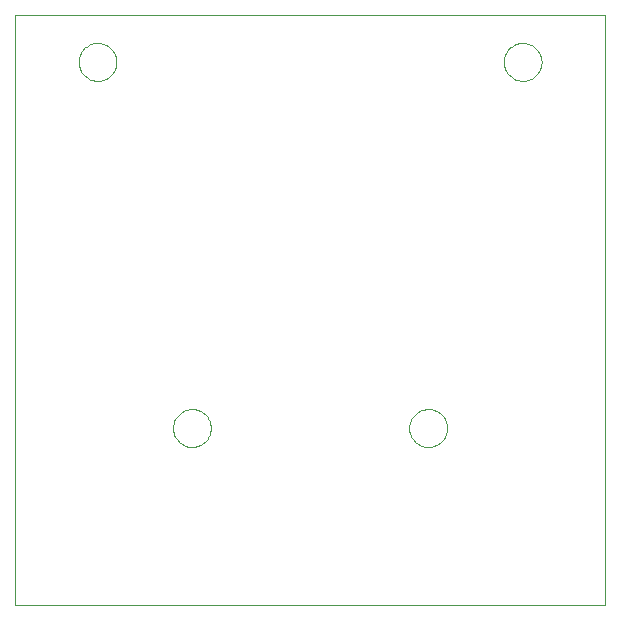
<source format=gbp>
G75*
G70*
%OFA0B0*%
%FSLAX24Y24*%
%IPPOS*%
%LPD*%
%AMOC8*
5,1,8,0,0,1.08239X$1,22.5*
%
%ADD10C,0.0000*%
D10*
X000574Y000574D02*
X020259Y000574D01*
X020259Y020259D01*
X000574Y020259D01*
X000574Y000574D01*
X005849Y006479D02*
X005851Y006529D01*
X005857Y006579D01*
X005867Y006628D01*
X005881Y006676D01*
X005898Y006723D01*
X005919Y006768D01*
X005944Y006812D01*
X005972Y006853D01*
X006004Y006892D01*
X006038Y006929D01*
X006075Y006963D01*
X006115Y006993D01*
X006157Y007020D01*
X006201Y007044D01*
X006247Y007065D01*
X006294Y007081D01*
X006342Y007094D01*
X006392Y007103D01*
X006441Y007108D01*
X006492Y007109D01*
X006542Y007106D01*
X006591Y007099D01*
X006640Y007088D01*
X006688Y007073D01*
X006734Y007055D01*
X006779Y007033D01*
X006822Y007007D01*
X006863Y006978D01*
X006902Y006946D01*
X006938Y006911D01*
X006970Y006873D01*
X007000Y006833D01*
X007027Y006790D01*
X007050Y006746D01*
X007069Y006700D01*
X007085Y006652D01*
X007097Y006603D01*
X007105Y006554D01*
X007109Y006504D01*
X007109Y006454D01*
X007105Y006404D01*
X007097Y006355D01*
X007085Y006306D01*
X007069Y006258D01*
X007050Y006212D01*
X007027Y006168D01*
X007000Y006125D01*
X006970Y006085D01*
X006938Y006047D01*
X006902Y006012D01*
X006863Y005980D01*
X006822Y005951D01*
X006779Y005925D01*
X006734Y005903D01*
X006688Y005885D01*
X006640Y005870D01*
X006591Y005859D01*
X006542Y005852D01*
X006492Y005849D01*
X006441Y005850D01*
X006392Y005855D01*
X006342Y005864D01*
X006294Y005877D01*
X006247Y005893D01*
X006201Y005914D01*
X006157Y005938D01*
X006115Y005965D01*
X006075Y005995D01*
X006038Y006029D01*
X006004Y006066D01*
X005972Y006105D01*
X005944Y006146D01*
X005919Y006190D01*
X005898Y006235D01*
X005881Y006282D01*
X005867Y006330D01*
X005857Y006379D01*
X005851Y006429D01*
X005849Y006479D01*
X013723Y006479D02*
X013725Y006529D01*
X013731Y006579D01*
X013741Y006628D01*
X013755Y006676D01*
X013772Y006723D01*
X013793Y006768D01*
X013818Y006812D01*
X013846Y006853D01*
X013878Y006892D01*
X013912Y006929D01*
X013949Y006963D01*
X013989Y006993D01*
X014031Y007020D01*
X014075Y007044D01*
X014121Y007065D01*
X014168Y007081D01*
X014216Y007094D01*
X014266Y007103D01*
X014315Y007108D01*
X014366Y007109D01*
X014416Y007106D01*
X014465Y007099D01*
X014514Y007088D01*
X014562Y007073D01*
X014608Y007055D01*
X014653Y007033D01*
X014696Y007007D01*
X014737Y006978D01*
X014776Y006946D01*
X014812Y006911D01*
X014844Y006873D01*
X014874Y006833D01*
X014901Y006790D01*
X014924Y006746D01*
X014943Y006700D01*
X014959Y006652D01*
X014971Y006603D01*
X014979Y006554D01*
X014983Y006504D01*
X014983Y006454D01*
X014979Y006404D01*
X014971Y006355D01*
X014959Y006306D01*
X014943Y006258D01*
X014924Y006212D01*
X014901Y006168D01*
X014874Y006125D01*
X014844Y006085D01*
X014812Y006047D01*
X014776Y006012D01*
X014737Y005980D01*
X014696Y005951D01*
X014653Y005925D01*
X014608Y005903D01*
X014562Y005885D01*
X014514Y005870D01*
X014465Y005859D01*
X014416Y005852D01*
X014366Y005849D01*
X014315Y005850D01*
X014266Y005855D01*
X014216Y005864D01*
X014168Y005877D01*
X014121Y005893D01*
X014075Y005914D01*
X014031Y005938D01*
X013989Y005965D01*
X013949Y005995D01*
X013912Y006029D01*
X013878Y006066D01*
X013846Y006105D01*
X013818Y006146D01*
X013793Y006190D01*
X013772Y006235D01*
X013755Y006282D01*
X013741Y006330D01*
X013731Y006379D01*
X013725Y006429D01*
X013723Y006479D01*
X016873Y018684D02*
X016875Y018734D01*
X016881Y018784D01*
X016891Y018833D01*
X016905Y018881D01*
X016922Y018928D01*
X016943Y018973D01*
X016968Y019017D01*
X016996Y019058D01*
X017028Y019097D01*
X017062Y019134D01*
X017099Y019168D01*
X017139Y019198D01*
X017181Y019225D01*
X017225Y019249D01*
X017271Y019270D01*
X017318Y019286D01*
X017366Y019299D01*
X017416Y019308D01*
X017465Y019313D01*
X017516Y019314D01*
X017566Y019311D01*
X017615Y019304D01*
X017664Y019293D01*
X017712Y019278D01*
X017758Y019260D01*
X017803Y019238D01*
X017846Y019212D01*
X017887Y019183D01*
X017926Y019151D01*
X017962Y019116D01*
X017994Y019078D01*
X018024Y019038D01*
X018051Y018995D01*
X018074Y018951D01*
X018093Y018905D01*
X018109Y018857D01*
X018121Y018808D01*
X018129Y018759D01*
X018133Y018709D01*
X018133Y018659D01*
X018129Y018609D01*
X018121Y018560D01*
X018109Y018511D01*
X018093Y018463D01*
X018074Y018417D01*
X018051Y018373D01*
X018024Y018330D01*
X017994Y018290D01*
X017962Y018252D01*
X017926Y018217D01*
X017887Y018185D01*
X017846Y018156D01*
X017803Y018130D01*
X017758Y018108D01*
X017712Y018090D01*
X017664Y018075D01*
X017615Y018064D01*
X017566Y018057D01*
X017516Y018054D01*
X017465Y018055D01*
X017416Y018060D01*
X017366Y018069D01*
X017318Y018082D01*
X017271Y018098D01*
X017225Y018119D01*
X017181Y018143D01*
X017139Y018170D01*
X017099Y018200D01*
X017062Y018234D01*
X017028Y018271D01*
X016996Y018310D01*
X016968Y018351D01*
X016943Y018395D01*
X016922Y018440D01*
X016905Y018487D01*
X016891Y018535D01*
X016881Y018584D01*
X016875Y018634D01*
X016873Y018684D01*
X002700Y018684D02*
X002702Y018734D01*
X002708Y018784D01*
X002718Y018833D01*
X002732Y018881D01*
X002749Y018928D01*
X002770Y018973D01*
X002795Y019017D01*
X002823Y019058D01*
X002855Y019097D01*
X002889Y019134D01*
X002926Y019168D01*
X002966Y019198D01*
X003008Y019225D01*
X003052Y019249D01*
X003098Y019270D01*
X003145Y019286D01*
X003193Y019299D01*
X003243Y019308D01*
X003292Y019313D01*
X003343Y019314D01*
X003393Y019311D01*
X003442Y019304D01*
X003491Y019293D01*
X003539Y019278D01*
X003585Y019260D01*
X003630Y019238D01*
X003673Y019212D01*
X003714Y019183D01*
X003753Y019151D01*
X003789Y019116D01*
X003821Y019078D01*
X003851Y019038D01*
X003878Y018995D01*
X003901Y018951D01*
X003920Y018905D01*
X003936Y018857D01*
X003948Y018808D01*
X003956Y018759D01*
X003960Y018709D01*
X003960Y018659D01*
X003956Y018609D01*
X003948Y018560D01*
X003936Y018511D01*
X003920Y018463D01*
X003901Y018417D01*
X003878Y018373D01*
X003851Y018330D01*
X003821Y018290D01*
X003789Y018252D01*
X003753Y018217D01*
X003714Y018185D01*
X003673Y018156D01*
X003630Y018130D01*
X003585Y018108D01*
X003539Y018090D01*
X003491Y018075D01*
X003442Y018064D01*
X003393Y018057D01*
X003343Y018054D01*
X003292Y018055D01*
X003243Y018060D01*
X003193Y018069D01*
X003145Y018082D01*
X003098Y018098D01*
X003052Y018119D01*
X003008Y018143D01*
X002966Y018170D01*
X002926Y018200D01*
X002889Y018234D01*
X002855Y018271D01*
X002823Y018310D01*
X002795Y018351D01*
X002770Y018395D01*
X002749Y018440D01*
X002732Y018487D01*
X002718Y018535D01*
X002708Y018584D01*
X002702Y018634D01*
X002700Y018684D01*
M02*

</source>
